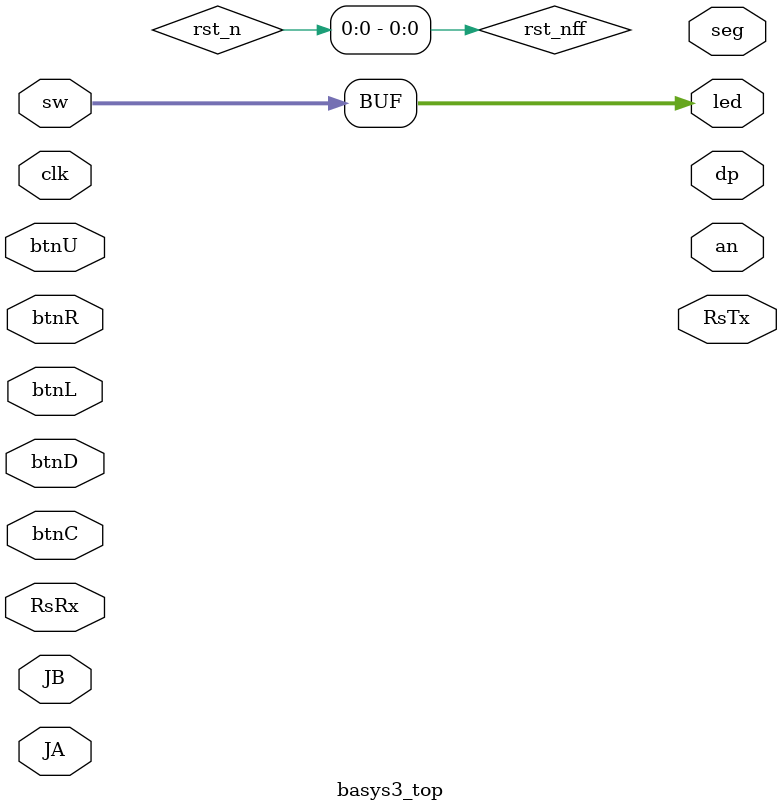
<source format=sv>
`timescale 1ns / 1ps
module basys3_top(  
  input wire clk,                  // CLK Input
	 
  //Push Button Inputs	 
  input wire btnC,              // I; Center 
  input wire btnU,              // I; Up 
  input wire btnD,              // I; Down 
  input wire btnR,              // I; Left  
  input wire btnL,              // I; Right
	 
  // Slide Switch Inputs
  input wire [15:0] sw,         // I; SW 0..15 
 
  // Pmod Header JA
  inout wire [7:0] JA,  
  inout wire [7:0] JB,  
  
  // USB-RS232 Interface
  output wire      RsTx,        // O; TXD  
  input  wire      RsRx,        // I; RXD
  
  output wire [15:0] led,       // O; LED Outputs 
     
  // Seven Segment Display Outputs
  output [6:0] seg,             // O; Segment  
  output [3:0] an,              // O; Anode of Seg0 ..3
  output dp                     // O; 
);
	

  // -------------------------------------------------------------------------
  // Definition
  // -------------------------------------------------------------------------
  
  
  // Reset
  logic       rst_n;
  logic [1:0] rst_nff;
  
  
  
  // -------------------------------------------------------------------------
  // Implementation
  // -------------------------------------------------------------------------
  
  // Reset generation
  always @(negedge clk or posedge btnC) begin
    if (btnC) begin
      rst_nff <= 2'b00;
    end else begin
     rst_nff <= {rst_nff[0], 1'b1};
    end  
  end
  assign rst_n = rst_nff;

  // Route switch to LEDs
  assign led[15:0] = sw[15:0];

  
endmodule
</source>
